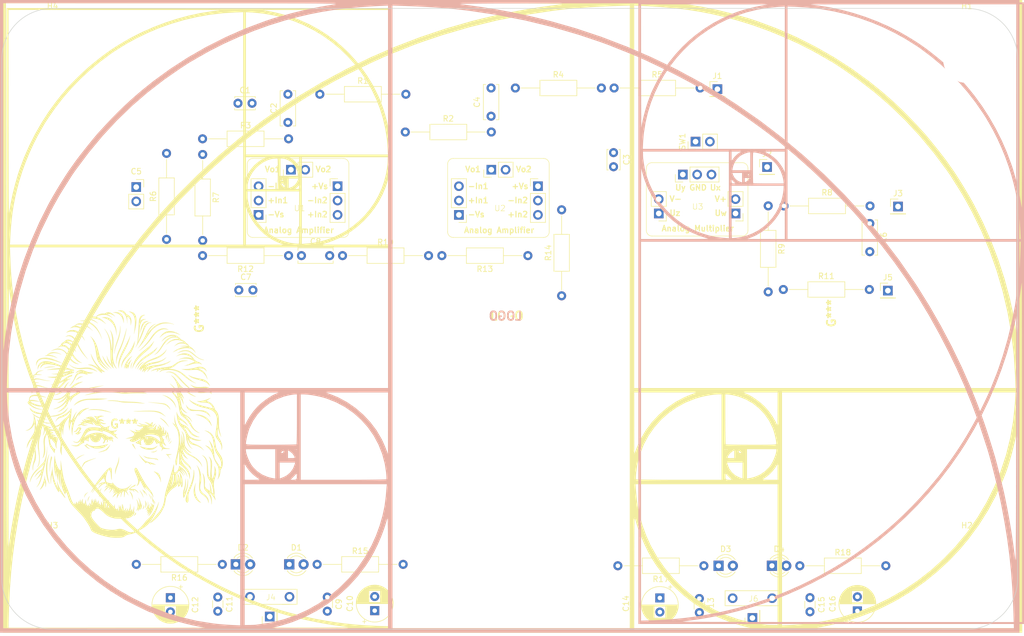
<source format=kicad_pcb>
(kicad_pcb (version 20221018) (generator pcbnew)
  (layers (0 "F.Cu" signal) (31 "B.Cu" signal) (34 "B.Paste" user) (35 "F.Paste" user) (36 "B.SilkS" user "B.Silkscreen") (37 "F.SilkS" user "F.Silkscreen") (38 "B.Mask" user) (39 "F.Mask" user) (44 "Edge.Cuts" user))
  (net 0 "")
  (net 1 "Net-(U1--In1)")
  (net 2 "Net-(U1-Vo1)")
  (net 3 "Net-(C2-Pad2)")
  (net 4 "Net-(U2--In2)")
  (net 5 "Net-(J1-Pin_1)")
  (net 6 "Net-(U2-Vo1)")
  (net 7 "Net-(C4-Pad2)")
  (net 8 "Net-(U1-+In2)")
  (net 9 "Net-(U1-+In1)")
  (net 10 "Net-(J3-Pin_1)")
  (net 11 "GND")
  (net 12 "Net-(U1--In2)")
  (net 13 "Net-(U1-Vo2)")
  (net 14 "Net-(C8-Pad2)")
  (net 15 "VSS")
  (net 16 "VCC")
  (net 17 "VDD")
  (net 18 "VEE")
  (net 19 "Net-(D1-A)")
  (net 20 "Net-(D2-K)")
  (net 21 "Net-(D3-K)")
  (net 22 "Net-(D4-A)")
  (net 23 "Net-(J2-Pin_1)")
  (net 24 "Net-(U2--In1)")
  (net 25 "Net-(U3-Uw)")
  (net 26 "Net-(U3-Uz)")
  (net 27 "Net-(U2-+In1)")
  (net 28 "Net-(U2-+In2)")
  (footprint "Resistor_THT:R_Axial_DIN0207_L6.3mm_D2.5mm_P15.24mm_Horizontal" (layer "F.Cu") (at 131.5 64.9)
    (fp_text reference "R2" (at 7.62 -2.37) (layer "F.SilkS"))
    (fp_text value "10k")
    (pad "1" thru_hole circle (at 0 0) (size 1.6 1.6) (drill 0.8) (layers "*.Cu" "*.Mask") (net 24 "Net-(U2--In1)"))
    (pad "2" thru_hole oval (at 15.24 0) (size 1.6 1.6) (drill 0.8) (layers "*.Cu" "*.Mask") (net 6 "Net-(U2-Vo1)"))
  )
  (footprint "Capacitor_THT:C_Disc_D3.0mm_W1.6mm_P2.50mm" (layer "F.Cu") (at 203.2 147.4 -90)
    (fp_text reference "C15" (at 1.25 -2.05 90) (layer "F.SilkS"))
    (fp_text value "0.1u")
    (pad "1" thru_hole circle (at 0 0 270) (size 1.6 1.6) (drill 0.8) (layers "*.Cu" "*.Mask") (net 18 "VEE"))
    (pad "2" thru_hole circle (at 2.5 0 270) (size 1.6 1.6) (drill 0.8) (layers "*.Cu" "*.Mask") (net 11 "GND"))
  )
  (footprint "LED_THT:LED_D3.0mm" (layer "F.Cu") (at 196.46 141.75)
    (fp_text reference "D4" (at 1.27 -2.96) (layer "F.SilkS"))
    (fp_text value "LED")
    (pad "1" thru_hole rect (at 0 0) (size 1.8 1.8) (drill 0.9) (layers "*.Cu" "*.Mask") (net 18 "VEE"))
    (pad "2" thru_hole circle (at 2.54 0) (size 1.8 1.8) (drill 0.9) (layers "*.Cu" "*.Mask") (net 22 "Net-(D4-A)"))
  )
  (footprint "LOGO" (layer "F.Cu") (at 81.69 116.63)
    (fp_text reference "G***" (at 0 0) (layer "F.SilkS") (effects (font (size 1.5 1.5) (thickness 0.3))))
    (fp_text value "LOGO" hide)
  )
  (footprint "Capacitor_THT:C_Disc_D3.0mm_W1.6mm_P2.50mm" (layer "F.Cu") (at 183.6 147.55 -90)
    (fp_text reference "C13" (at 1.25 -2.05 90) (layer "F.SilkS"))
    (fp_text value "0.1u")
    (pad "1" thru_hole circle (at 0 0 270) (size 1.6 1.6) (drill 0.8) (layers "*.Cu" "*.Mask") (net 17 "VDD"))
    (pad "2" thru_hole circle (at 2.5 0 270) (size 1.6 1.6) (drill 0.8) (layers "*.Cu" "*.Mask") (net 11 "GND"))
  )
  (footprint "LED_THT:LED_D3.0mm" (layer "F.Cu") (at 110.94 141.5)
    (fp_text reference "D1" (at 1.27 -2.96) (layer "F.SilkS"))
    (fp_text value "LED")
    (pad "1" thru_hole rect (at 0 0) (size 1.8 1.8) (drill 0.9) (layers "*.Cu" "*.Mask") (net 15 "VSS"))
    (pad "2" thru_hole circle (at 2.54 0) (size 1.8 1.8) (drill 0.9) (layers "*.Cu" "*.Mask") (net 19 "Net-(D1-A)"))
  )
  (footprint "footprints:Switch" (layer "F.Cu") (at 182.925 66.6 90)
    (fp_text reference "SW1" (at 0 -2.33 90) (layer "F.SilkS"))
    (fp_text value "SW_SPST")
    (pad "1" thru_hole rect (at 0 0 90) (size 1.7 1.7) (drill 1) (layers "*.Cu" "*.Mask") (net 5 "Net-(J1-Pin_1)"))
    (pad "2" thru_hole oval (at 0 2.54 90) (size 1.7 1.7) (drill 1) (layers "*.Cu" "*.Mask") (net 23 "Net-(J2-Pin_1)"))
  )
  (footprint "Capacitor_THT:C_Disc_D6.0mm_W2.5mm_P5.00mm" (layer "F.Cu") (at 146.7 62.1 90)
    (fp_text reference "C4" (at 2.5 -2.5 90) (layer "F.SilkS"))
    (fp_text value "10u")
    (pad "1" thru_hole circle (at 0 0 90) (size 1.6 1.6) (drill 0.8) (layers "*.Cu" "*.Mask") (net 6 "Net-(U2-Vo1)"))
    (pad "2" thru_hole circle (at 5 0 90) (size 1.6 1.6) (drill 0.8) (layers "*.Cu" "*.Mask") (net 7 "Net-(C4-Pad2)"))
  )
  (footprint "Resistor_THT:R_Axial_DIN0207_L6.3mm_D2.5mm_P15.24mm_Horizontal" (layer "F.Cu") (at 151 57.1)
    (fp_text reference "R4" (at 7.62 -2.37) (layer "F.SilkS"))
    (fp_text value "100")
    (pad "1" thru_hole circle (at 0 0) (size 1.6 1.6) (drill 0.8) (layers "*.Cu" "*.Mask") (net 7 "Net-(C4-Pad2)"))
    (pad "2" thru_hole oval (at 15.24 0) (size 1.6 1.6) (drill 0.8) (layers "*.Cu" "*.Mask") (net 4 "Net-(U2--In2)"))
  )
  (footprint "Resistor_THT:R_Axial_DIN0207_L6.3mm_D2.5mm_P15.24mm_Horizontal" (layer "F.Cu") (at 120.38 86.8)
    (fp_text reference "R10" (at 7.62 -2.37) (layer "F.SilkS"))
    (fp_text value "100")
    (pad "1" thru_hole circle (at 0 0) (size 1.6 1.6) (drill 0.8) (layers "*.Cu" "*.Mask") (net 14 "Net-(C8-Pad2)"))
    (pad "2" thru_hole oval (at 15.24 0) (size 1.6 1.6) (drill 0.8) (layers "*.Cu" "*.Mask") (net 27 "Net-(U2-+In1)"))
  )
  (footprint "Capacitor_THT:C_Disc_D3.4mm_W2.1mm_P2.50mm" (layer "F.Cu") (at 101.85 59.8)
    (fp_text reference "C1" (at 1.25 -2.3) (layer "F.SilkS"))
    (fp_text value "10p")
    (pad "1" thru_hole circle (at 0 0) (size 1.6 1.6) (drill 0.8) (layers "*.Cu" "*.Mask") (net 1 "Net-(U1--In1)"))
    (pad "2" thru_hole circle (at 2.5 0) (size 1.6 1.6) (drill 0.8) (layers "*.Cu" "*.Mask") (net 2 "Net-(U1-Vo1)"))
  )
  (footprint "Capacitor_THT:CP_Radial_D6.3mm_P2.50mm" (layer "F.Cu") (at 176.6 147.45 -90)
    (fp_text reference "C14" (at 1 6 90) (layer "F.SilkS"))
    (fp_text value "10u")
    (pad "1" thru_hole rect (at 0 0 270) (size 1.6 1.6) (drill 0.8) (layers "*.Cu" "*.Mask") (net 17 "VDD"))
    (pad "2" thru_hole circle (at 2.5 0 270) (size 1.6 1.6) (drill 0.8) (layers "*.Cu" "*.Mask") (net 11 "GND"))
  )
  (footprint "MountingHole:MountingHole_8.4mm_M8" (layer "F.Cu") (at 69 52)
    (fp_text reference "H4" (at 0 -9.4) (layer "F.SilkS"))
    (fp_text value "MountingHole")
    (pad "" np_thru_hole circle (at 0 0) (size 8.4 8.4) (drill 8.4) (layers "*.Cu" "*.Mask"))
  )
  (footprint "Resistor_THT:R_Axial_DIN0207_L6.3mm_D2.5mm_P15.24mm_Horizontal" (layer "F.Cu") (at 198.6 78)
    (fp_text reference "R8" (at 7.62 -2.37) (layer "F.SilkS"))
    (fp_text value "1.5M")
    (pad "1" thru_hole circle (at 0 0) (size 1.6 1.6) (drill 0.8) (layers "*.Cu" "*.Mask") (net 25 "Net-(U3-Uw)"))
    (pad "2" thru_hole oval (at 15.24 0) (size 1.6 1.6) (drill 0.8) (layers "*.Cu" "*.Mask") (net 10 "Net-(J3-Pin_1)"))
  )
  (footprint "Capacitor_THT:C_Disc_D6.0mm_W2.5mm_P5.00mm" (layer "F.Cu") (at 113.1 86.8)
    (fp_text reference "C8" (at 2.5 -2.5) (layer "F.SilkS"))
    (fp_text value "10u")
    (pad "1" thru_hole circle (at 0 0) (size 1.6 1.6) (drill 0.8) (layers "*.Cu" "*.Mask") (net 13 "Net-(U1-Vo2)"))
    (pad "2" thru_hole circle (at 5 0) (size 1.6 1.6) (drill 0.8) (layers "*.Cu" "*.Mask") (net 14 "Net-(C8-Pad2)"))
  )
  (footprint "footprints:AD633" (layer "F.Cu") (at 176.41 79.33)
    (fp_text reference "U3" (at 6.9 -1.2 unlocked) (layer "F.SilkS") (effects (font (thickness 0.1))))
    (fp_text value "AD633ANZ")
    (fp_text user "V-" (at 1.8 -2 unlocked) (layer "F.SilkS") (effects (font (thickness 0.2) bold) (justify left bottom)))
    (fp_text user "Uw" (at 9.8 0.5 unlocked) (layer "F.SilkS") (effects (font (thickness 0.2) bold) (justify left bottom)))
    (fp_text user "Analog Multiplier" (at 0.397107 3.242894 unlocked) (layer "F.SilkS") (effects (font (thickness 0.2)) (justify left bottom)))
    (fp_text user "Uy" (at 2.8 -4 unlocked) (layer "F.SilkS") (effects (font (thickness 0.2)) (justify left bottom)))
    (fp_text user "Ux" (at 8.962107 -4.002106 unlocked) (layer "F.SilkS") (effects (font (thickness 0.2) bold) (justify left bottom)))
    (fp_text user "Uz" (at 1.8 0.5 unlocked) (layer "F.SilkS") (effects (font (thickness 0.2) bold) (justify left bottom)))
    (fp_text user "V+" (at 9.8 -2 unlocked) (layer "F.SilkS") (effects (font (thickness 0.2)) (justify left bottom)))
    (fp_text user "GND" (at 5.3 -4 unlocked) (layer "F.SilkS") (effects (font (thickness 0.2) bold) (justify left bottom)))
    (pad "1" thru_hole rect (at 0 0) (size 1.7 1.7) (drill 1) (layers "*.Cu" "*.Mask") (net 26 "Net-(U3-Uz)"))
    (pad "2" thru_hole oval (at 0 -2.54) (size 1.7 1.7) (drill 1) (layers "*.Cu" "*.Mask") (net 18 "VEE"))
    (pad "3" thru_hole rect (at 4.26 -6.9 270) (size 1.7 1.7) (drill 1) (layers "*.Cu" "*.Mask") (net 5 "Net-(J1-Pin_1)"))
    (pad "4" thru_hole oval (at 6.8 -6.9 270) (size 1.7 1.7) (drill 1) (layers "*.Cu" "*.Mask") (net 11 "GND"))
    (pad "5" thru_hole oval (at 9.34 -6.9 270) (size 1.7 1.7) (drill 1) (layers "*.Cu" "*.Mask") (net 23 "Net-(J2-Pin_1)"))
    (pad "6" thru_hole oval (at 13.6 -2.54) (size 1.7 1.7) (drill 1) (layers "*.Cu" "*.Mask") (net 17 "VDD"))
    (pad "7" thru_hole rect (at 13.6 0) (size 1.7 1.7) (drill 1) (layers "*.Cu" "*.Mask") (net 25 "Net-(U3-Uw)"))
  )
  (footprint "Resistor_THT:R_Axial_DIN0207_L6.3mm_D2.5mm_P15.24mm_Horizontal" (layer "F.Cu") (at 198.48 92.8)
    (fp_text reference "R11" (at 7.62 -2.37) (layer "F.SilkS"))
    (fp_text value "18k")
    (pad "1" thru_hole circle (at 0 0) (size 1.6 1.6) (drill 0.8) (layers "*.Cu" "*.Mask") (net 26 "Net-(U3-Uz)"))
    (pad "2" thru_hole oval (at 15.24 0) (size 1.6 1.6) (drill 0.8) (layers "*.Cu" "*.Mask") (net 11 "GND"))
  )
  (footprint "Resistor_THT:R_Axial_DIN0207_L6.3mm_D2.5mm_P15.24mm_Horizontal" (layer "F.Cu") (at 153.22 86.8 180)
    (fp_text reference "R13" (at 7.62 -2.37) (layer "F.SilkS"))
    (fp_text value "10k")
    (pad "1" thru_hole circle (at 0 0 180) (size 1.6 1.6) (drill 0.8) (layers "*.Cu" "*.Mask") (net 11 "GND"))
    (pad "2" thru_hole oval (at 15.24 0 180) (size 1.6 1.6) (drill 0.8) (layers "*.Cu" "*.Mask") (net 27 "Net-(U2-+In1)"))
  )
  (footprint "Connector_PinHeader_2.54mm:PinHeader_1x01_P2.54mm_Vertical" (layer "F.Cu") (at 217 93)
    (fp_text reference "J5" (at 0 -2.33) (layer "F.SilkS"))
    (fp_text value "COM")
    (pad "1" thru_hole rect (at 0 0) (size 1.7 1.7) (drill 1) (layers "*.Cu" "*.Mask") (net 11 "GND"))
  )
  (footprint "Resistor_THT:R_Axial_DIN0207_L6.3mm_D2.5mm_P15.24mm_Horizontal" (layer "F.Cu") (at 99.08 141.5 180)
    (fp_text reference "R16" (at 7.62 -2.37) (layer "F.SilkS"))
    (fp_text value "2k")
    (pad "1" thru_hole circle (at 0 0 180) (size 1.6 1.6) (drill 0.8) (layers "*.Cu" "*.Mask") (net 20 "Net-(D2-K)"))
    (pad "2" thru_hole oval (at 15.24 0 180) (size 1.6 1.6) (drill 0.8) (layers "*.Cu" "*.Mask") (net 11 "GND"))
  )
  (footprint "LED_THT:LED_D3.0mm" (layer "F.Cu") (at 187 141.75)
    (fp_text reference "D3" (at 1.27 -2.96) (layer "F.SilkS"))
    (fp_text value "LED")
    (pad "1" thru_hole rect (at 0 0) (size 1.8 1.8) (drill 0.9) (layers "*.Cu" "*.Mask") (net 21 "Net-(D3-K)"))
    (pad "2" thru_hole circle (at 2.54 0) (size 1.8 1.8) (drill 0.9) (layers "*.Cu" "*.Mask") (net 17 "VDD"))
  )
  (footprint "Capacitor_THT:C_Disc_D6.0mm_W2.5mm_P5.00mm" (layer "F.Cu") (at 213.8 81.1 -90)
    (fp_text reference "C6" (at 2.5 -2.5 90) (layer "F.SilkS"))
    (fp_text value "10u")
    (pad "1" thru_hole circle (at 0 0 270) (size 1.6 1.6) (drill 0.8) (layers "*.Cu" "*.Mask") (net 10 "Net-(J3-Pin_1)"))
    (pad "2" thru_hole circle (at 5 0 270) (size 1.6 1.6) (drill 0.8) (layers "*.Cu" "*.Mask") (net 11 "GND"))
  )
  (footprint "Resistor_THT:R_Axial_DIN0207_L6.3mm_D2.5mm_P15.24mm_Horizontal" (layer "F.Cu") (at 201.4 141.75)
    (fp_text reference "R18" (at 7.62 -2.37) (layer "F.SilkS"))
    (fp_text value "2k")
    (pad "1" thru_hole circle (at 0 0) (size 1.6 1.6) (drill 0.8) (layers "*.Cu" "*.Mask") (net 22 "Net-(D4-A)"))
    (pad "2" thru_hole oval (at 15.24 0) (size 1.6 1.6) (drill 0.8) (layers "*.Cu" "*.Mask") (net 11 "GND"))
  )
  (footprint "footprints:ADA4898-2" (layer "F.Cu") (at 105.5 79.58)
    (fp_text reference "U1" (at 7.275 -1.17 unlocked) (layer "F.SilkS") (effects (font (thickness 0.1))))
    (fp_text value "ADA4898-2")
    (fp_text user "+Vs" (at 9.25 -4.5 unlocked) (layer "F.SilkS") (effects (font (thickness 0.2) bold) (justify left bottom)))
    (fp_text user "+In2" (at 8.5 0.5 unlocked) (layer "F.SilkS") (effects (font (thickness 0.2) bold) (justify left bottom)))
    (fp_text user "Analog Amplifier" (at 0.8 3.3 unlocked) (layer "F.SilkS") (effects (font (thickness 0.2) bold) (justify left bottom)))
    (fp_text user "-Vs" (at 1.5 0.5 unlocked) (layer "F.SilkS") (effects (font (thickness 0.2) bold) (justify left bottom)))
    (fp_text user "-In2" (at 8.5 -2 unlocked) (layer "F.SilkS") (effects (font (thickness 0.2) bold) (justify left bottom)))
    (fp_text user "+In1" (at 1.5 -2 unlocked) (layer "F.SilkS") (effects (font (thickness 0.2) bold) (justify left bottom)))
    (fp_text user "Vo2" (at 10 -7.5 unlocked) (layer "F.SilkS") (effects (font (thickness 0.2) bold) (justify left bottom)))
    (fp_text user "-In1" (at 1.5 -4.5 unlocked) (layer "F.SilkS") (effects (font (thickness 0.2) bold) (justify left bottom)))
    (fp_text user "Vo1" (at 1 -7.5 unlocked) (layer "F.SilkS") (effects (font (thickness 0.2) bold) (justify left bottom)))
    (pad "1" thru_hole rect (at 0 0) (size 1.7 1.7) (drill 1) (layers "*.Cu" "*.Mask") (net 15 "VSS"))
    (pad "2" thru_hole oval (at 0 -2.54) (size 1.7 1.7) (drill 1) (layers "*.Cu" "*.Mask") (net 9 "Net-(U1-+In1)"))
    (pad "3" thru_hole oval (at 0 -5.08) (size 1.7 1.7) (drill 1) (layers "*.Cu" "*.Mask") (net 1 "Net-(U1--In1)"))
    (pad "4" thru_hole rect (at 5.735 -8 270) (size 1.7 1.7) (drill 1) (layers "*.Cu" "*.Mask") (net 2 "Net-(U1-Vo1)"))
    (pad "5" thru_hole oval (at 8.27 -8 270) (size 1.7 1.7) (drill 1) (layers "*.Cu" "*.Mask") (net 13 "Net-(U1-Vo2)"))
    (pad "6" thru_hole rect (at 14 -5.08 180) (size 1.7 1.7) (drill 1) (layers "*.Cu" "*.Mask") (net 16 "VCC"))
    (pad "7" thru_hole oval (at 14 -2.54 180) (size 1.7 1.7) (drill 1) (layers "*.Cu" "*.Mask") (net 12 "Net-(U1--In2)"))
    (pad "8" thru_hole oval (at 14 0 180) (size 1.7 1.7) (drill 1) (layers "*.Cu" "*.Mask") (net 8 "Net-(U1-+In2)"))
  )
  (footprint "LED_THT:LED_D3.0mm" (layer "F.Cu") (at 101.48 141.5)
    (fp_text reference "D2" (at 1.27 -2.96) (layer "F.SilkS"))
    (fp_text value "LED")
    (pad "1" thru_hole rect (at 0 0) (size 1.8 1.8) (drill 0.9) (layers "*.Cu" "*.Mask") (net 20 "Net-(D2-K)"))
    (pad "2" thru_hole circle (at 2.54 0) (size 1.8 1.8) (drill 0.9) (layers "*.Cu" "*.Mask") (net 16 "VCC"))
  )
  (footprint "Resistor_THT:R_Axial_DIN0207_L6.3mm_D2.5mm_P15.24mm_Horizontal" (layer "F.Cu") (at 168.5 57.1)
    (fp_text reference "R5" (at 7.62 -2.37) (layer "F.SilkS"))
    (fp_text value "10k")
    (pad "1" thru_hole circle (at 0 0) (size 1.6 1.6) (drill 0.8) (layers "*.Cu" "*.Mask") (net 4 "Net-(U2--In2)"))
    (pad "2" thru_hole oval (at 15.24 0) (size 1.6 1.6) (drill 0.8) (layers "*.Cu" "*.Mask") (net 5 "Net-(J1-Pin_1)"))
  )
  (footprint "footprints:CapacitorSocket" (layer "F.Cu") (at 83.825 74.65)
    (fp_text reference "C5" (at 0 -2.77) (layer "F.SilkS"))
    (fp_text value "c=?")
    (pad "1" thru_hole rect (at 0 0) (size 1.7 1.7) (drill 1) (layers "*.Cu" "*.Mask") (net 8 "Net-(U1-+In2)"))
    (pad "2" thru_hole oval (at 0 2.54) (size 1.7 1.7) (drill 1) (layers "*.Cu" "*.Mask") (net 9 "Net-(U1-+In1)"))
  )
  (footprint "Connector_PinHeader_2.54mm:PinHeader_1x01_P2.54mm_Vertical" (layer "F.Cu") (at 218.8 78.1)
    (fp_text reference "J3" (at 0 -2.33) (layer "F.SilkS"))
    (fp_text value "OUTPUT")
    (pad "1" thru_hole rect (at 0 0) (size 1.7 1.7) (drill 1) (layers "*.Cu" "*.Mask") (net 10 "Net-(J3-Pin_1)"))
  )
  (footprint "footprints:PowerHeader" (layer "F.Cu") (at 110.98 147.25 90)
    (fp_text reference "J4" (at -0.1 -3.3 unlocked) (layer "F.SilkS") (effects (font (thickness 0.1))))
    (fp_text value "Conn_01x03_Pin")
    (pad "1" thru_hole oval (at 0 0 90) (size 1.7 1.7) (drill 1) (layers "*.Cu" "*.Mask") (net 15 "VSS"))
    (pad "2" thru_hole rect (at -3.5 -3.5 90) (size 1.7 1.7) (drill 1) (layers "*.Cu" "*.Mask") (net 11 "GND"))
    (pad "3" thru_hole oval (at 0 -7 90) (size 1.7 1.7) (drill 1) (layers "*.Cu" "*.Mask") (net 16 "VCC"))
  )
  (footprint "Capacitor_THT:CP_Radial_D6.3mm_P2.50mm" (layer "F.Cu") (at 126.08 149.7 90)
    (fp_text reference "C10" (at 1.25 -4.4 90) (layer "F.SilkS"))
    (fp_text value "10u")
    (pad "1" thru_hole rect (at 0 0 90) (size 1.6 1.6) (drill 0.8) (layers "*.Cu" "*.Mask") (net 11 "GND"))
    (pad "2" thru_hole circle (at 2.5 0 90) (size 1.6 1.6) (drill 0.8) (layers "*.Cu" "*.Mask") (net 15 "VSS"))
  )
  (footprint "Capacitor_THT:C_Disc_D6.0mm_W2.5mm_P5.00mm" (layer "F.Cu") (at 110.7 63.2 90)
    (fp_text reference "C2" (at 2.5 -2.5 90) (layer "F.SilkS"))
    (fp_text value "10u")
    (pad "1" thru_hole circle (at 0 0 90) (size 1.6 1.6) (drill 0.8) (layers "*.Cu" "*.Mask") (net 2 "Net-(U1-Vo1)"))
    (pad "2" thru_hole circle (at 5 0 90) (size 1.6 1.6) (drill 0.8) (layers "*.Cu" "*.Mask") (net 3 "Net-(C2-Pad2)"))
  )
  (footprint "Resistor_THT:R_Axial_DIN0207_L6.3mm_D2.5mm_P15.24mm_Horizontal" (layer "F.Cu") (at 89.2 83.92 90)
    (fp_text reference "R6" (at 7.62 -2.37 90) (layer "F.SilkS"))
    (fp_text value "510")
    (pad "1" thru_hole circle (at 0 0 90) (size 1.6 1.6) (drill 0.8) (layers "*.Cu" "*.Mask") (net 9 "Net-(U1-+In1)"))
    (pad "2" thru_hole oval (at 15.24 0 90) (size 1.6 1.6) (drill 0.8) (layers "*.Cu" "*.Mask") (net 8 "Net-(U1-+In2)"))
  )
  (footprint "Resistor_THT:R_Axial_DIN0207_L6.3mm_D2.5mm_P15.24mm_Horizontal" (layer "F.Cu") (at 95.6 68.88 -90)
    (fp_text reference "R7" (at 7.62 -2.37 90) (layer "F.SilkS"))
    (fp_text value "20")
    (pad "1" thru_hole circle (at 0 0 270) (size 1.6 1.6) (drill 0.8) (layers "*.Cu" "*.Mask") (net 1 "Net-(U1--In1)"))
    (pad "2" thru_hole oval (at 15.24 0 270) (size 1.6 1.6) (drill 0.8) (layers "*.Cu" "*.Mask") (net 12 "Net-(U1--In2)"))
  )
  (footprint "footprints:PowerHeader" (layer "F.Cu") (at 196.5 147.5 90)
    (fp_text reference "J6" (at -0.1 -3.3 unlocked) (layer "F.SilkS") (effects (font (thickness 0.1))))
    (fp_text value "Conn_01x03_Pin")
    (pad "1" thru_hole oval (at 0 0 90) (size 1.7 1.7) (drill 1) (layers "*.Cu" "*.Mask") (net 18 "VEE"))
    (pad "2" thru_hole rect (at -3.5 -3.5 90) (size 1.7 1.7) (drill 1) (layers "*.Cu" "*.Mask") (net 11 "GND"))
    (pad "3" thru_hole oval (at 0 -7 90) (size 1.7 1.7) (drill 1) (layers "*.Cu" "*.Mask") (net 17 "VDD"))
  )
  (footprint "LOGO" (layer "F.Cu") (at 95 98 90)
    (fp_text reference "G***" (at 0 0 90) (layer "F.SilkS") (effects (font (size 1.5 1.5) (thickness 0.3))))
    (fp_text value "LOGO" hide)
  )
  (footprint "Resistor_THT:R_Axial_DIN0207_L6.3mm_D2.5mm_P15.24mm_Horizontal" (layer "F.Cu") (at 159.2 93.92 90)
    (fp_text reference "R14" (at 7.62 -2.37 90) (layer "F.SilkS"))
    (fp_text value "100")
    (pad "1" thru_hole circle (at 0 0 90) (size 1.6 1.6) (drill 0.8) (layers "*.Cu" "*.Mask") (net 11 "GND"))
    (pad "2" thru_hole oval (at 15.24 0 90) (size 1.6 1.6) (drill 0.8) (layers "*.Cu" "*.Mask") (net 28 "Net-(U2-+In2)"))
  )
  (footprint "Resistor_THT:R_Axial_DIN0207_L6.3mm_D2.5mm_P15.24mm_Horizontal" (layer "F.Cu") (at 116.36 58.2)
    (fp_text reference "R1" (at 7.62 -2.37) (layer "F.SilkS"))
    (fp_text value "100")
    (pad "1" thru_hole circle (at 0 0) (size 1.6 1.6) (drill 0.8) (layers "*.Cu" "*.Mask") (net 3 "Net-(C2-Pad2)"))
    (pad "2" thru_hole oval (at 15.24 0) (size 1.6 1.6) (drill 0.8) (layers "*.Cu" "*.Mask") (net 24 "Net-(U2--In1)"))
  )
  (footprint "MountingHole:MountingHole_8.4mm_M8" (layer "F.Cu") (at 231 52)
    (fp_text reference "H1" (at 0 -9.4) (layer "F.SilkS"))
    (fp_text value "MountingHole")
    (pad "" np_thru_hole circle (at 0 0) (size 8.4 8.4) (drill 8.4) (layers "*.Cu" "*.Mask"))
  )
  (footprint "LOGO" (layer "F.Cu") (at 150.5 97.5)
    (fp_text reference "G***" hide)
    (fp_text value "LOGO" (at -1 0) (layer "F.SilkS") (effects (font (size 1.5 1.5) (thickness 0.3))))
  )
  (footprint "Resistor_THT:R_Axial_DIN0207_L6.3mm_D2.5mm_P15.24mm_Horizontal" (layer "F.Cu") (at 195.8 77.98 -90)
    (fp_text reference "R9" (at 7.62 -2.37 90) (layer "F.SilkS"))
    (fp_text value "2k")
    (pad "1" thru_hole circle (at 0 0 270) (size 1.6 1.6) (drill 0.8) (layers "*.Cu" "*.Mask") (net 25 "Net-(U3-Uw)"))
    (pad "2" thru_hole oval (at 15.24 0 270) (size 1.6 1.6) (drill 0.8) (layers "*.Cu" "*.Mask") (net 26 "Net-(U3-Uz)"))
  )
  (footprint "Capacitor_THT:CP_Radial_D6.3mm_P2.50mm" (layer "F.Cu") (at 89.88 147.417621 -90)
    (fp_text reference "C12" (at 1.25 -4.4 90) (layer "F.SilkS"))
    (fp_text value "10u")
    (pad "1" thru_hole rect (at 0 0 270) (size 1.6 1.6) (drill 0.8) (layers "*.Cu" "*.Mask") (net 16 "VCC"))
    (pad "2" thru_hole circle (at 2.5 0 270) (size 1.6 1.6) (drill 0.8) (layers "*.Cu" "*.Mask") (net 11 "GND"))
  )
  (footprint "Capacitor_THT:C_Disc_D3.0mm_W1.6mm_P2.50mm" (layer "F.Cu") (at 117.68 147.3 -90)
    (fp_text reference "C9" (at 1.25 -2.05 90) (layer "F.SilkS"))
    (fp_text value "0.1u")
    (pad "1" thru_hole circle (at 0 0 270) (size 1.6 1.6) (drill 0.8) (layers "*.Cu" "*.Mask") (net 15 "VSS"))
    (pad "2" thru_hole circle (at 2.5 0 270) (size 1.6 1.6) (drill 0.8) (layers "*.Cu" "*.Mask") (net 11 "GND"))
  )
  (footprint "Resistor_THT:R_Axial_DIN0207_L6.3mm_D2.5mm_P15.24mm_Horizontal" (layer "F.Cu") (at 110.82 86.8 180)
    (fp_text reference "R12" (at 7.62 -2.37) (layer "F.SilkS"))
    (fp_text value "1k")
    (pad "1" thru_hole circle (at 0 0 180) (size 1.6 1.6) (drill 0.8) (layers "*.Cu" "*.Mask") (net 13 "Net-(U1-Vo2)"))
    (pad "2" thru_hole oval (at 15.24 0 180) (size 1.6 1.6) (drill 0.8) (layers "*.Cu" "*.Mask") (net 12 "Net-(U1--In2)"))
  )
  (footprint "Resistor_THT:R_Axial_DIN0207_L6.3mm_D2.5mm_P15.24mm_Horizontal" (layer "F.Cu") (at 95.58 66.1)
    (fp_text reference "R3" (at 7.62 -2.37) (layer "F.SilkS"))
    (fp_text value "1k")
    (pad "1" thru_hole circle (at 0 0) (size 1.6 1.6) (drill 0.8) (layers "*.Cu" "*.Mask") (net 1 "Net-(U1--In1)"))
    (pad "2" thru_hole oval (at 15.24 0) (size 1.6 1.6) (drill 0.8) (layers "*.Cu" "*.Mask") (net 2 "Net-(U1-Vo1)"))
  )
  (footprint "Capacitor_THT:C_Disc_D3.4mm_W2.1mm_P2.50mm" (layer "F.Cu") (at 168.4 68.55 -90)
    (fp_text reference "C3" (at 1.25 -2.3 90) (layer "F.SilkS"))
    (fp_text value "10p")
    (pad "1" thru_hole circle (at 0 0 270) (size 1.6 1.6) (drill 0.8) (layers "*.Cu" "*.Mask") (net 4 "Net-(U2--In2)"))
    (pad "2" thru_hole circle (at 2.5 0 270) (size 1.6 1.6) (drill 0.8) (layers "*.Cu" "*.Mask") (net 5 "Net-(J1-Pin_1)"))
  )
  (footprint "Capacitor_THT:C_Disc_D3.4mm_W2.1mm_P2.50mm" (layer "F.Cu") (at 102 92.9)
    (fp_text reference "C7" (at 1.25 -2.3) (layer "F.SilkS"))
    (fp_text value "10p")
    (pad "1" thru_hole circle (at 0 0) (size 1.6 1.6) (drill 0.8) (layers "*.Cu" "*.Mask") (net 12 "Net-(U1--In2)"))
    (pad "2" thru_hole circle (at 2.5 0) (size 1.6 1.6) (drill 0.8) (layers "*.Cu" "*.Mask") (net 13 "Net-(U1-Vo2)"))
  )
  (footprint "Capacitor_THT:CP_Radial_D6.3mm_P2.50mm" (layer "F.Cu") (at 211.6 149.75 90)
    (fp_text reference "C16" (at 1.25 -4.4 90) (layer "F.SilkS"))
    (fp_text value "10u")
    (pad "1" thru_hole rect (at 0 0 90) (size 1.6 1.6) (drill 0.8) (layers "*.Cu" "*.Mask") (net 11 "GND"))
    (pad "2" thru_hole circle (at 2.5 0 90) (size 1.6 1.6) (drill 0.8) (layers "*.Cu" "*.Mask") (net 18 "VEE"))
  )
  (footprint "Resistor_THT:R_Axial_DIN0207_L6.3mm_D2.5mm_P15.24mm_Horizontal" (layer "F.Cu") (at 115.88 141.5)
    (fp_text reference "R15" (at 7.62 -2.37) (layer "F.SilkS"))
    (fp_text value "2k")
    (pad "1" thru_hole circle (at 0 0) (size 1.6 1.6) (drill 0.8) (layers "*.Cu" "*.Mask") (net 19 "Net-(D1-A)"))
    (pad "2" thru_hole oval (at 15.24 0) (size 1.6 1.6) (drill 0.8) (layers "*.Cu" "*.Mask") (net 11 "GND"))
  )
  (footprint "MountingHole:MountingHole_8.4mm_M8" (layer "F.Cu") (at 69 144)
    (fp_text reference "H3" (at 0 -9.4) (layer "F.SilkS"))
    (fp_text value "MountingHole")
    (pad "" np_thru_hole circle (at 0 0) (size 8.4 8.4) (drill 8.4) (layers "*.Cu" "*.Mask"))
  )
  (footprint "Capacitor_THT:C_Disc_D3.0mm_W1.6mm_P2.50mm" (layer "F.Cu") (at 98.28 147.3 -90)
    (fp_text reference "C11" (at 1.25 -2.05 90) (layer "F.SilkS"))
    (fp_text value "0.1u")
    (pad "1" thru_hole circle (at 0 0 270) (size 1.6 1.6) (drill 0.8) (layers "*.Cu" "*.Mask") (net 16 "VCC"))
    (pad "2" thru_hole circle (at 2.5 0 270) (size 1.6 1.6) (drill 0.8) (layers "*.Cu" "*.Mask") (net 11 "GND"))
  )
  (footprint "Connector_PinHeader_2.54mm:PinHeader_1x01_P2.54mm_Vertical" (layer "F.Cu") (at 186.8 57.3)
    (fp_text reference "J1" (at 0 -2.33) (layer "F.SilkS"))
    (fp_text value "INPUT")
    (pad "1" thru_hole rect (at 0 0) (size 1.7 1.7) (drill 1) (layers "*.Cu" "*.Mask") (net 5 "Net-(J1-Pin_1)"))
  )
  (footprint "Connector_PinHeader_2.54mm:PinHeader_1x01_P2.54mm_Vertical" (layer "F.Cu") (at 195.6 71.1)
    (fp_text reference "J2" (at 0 -2.33) (layer "F.SilkS"))
    (fp_text value "NC1")
    (pad "1" thru_hole rect (at 0 0) (size 1.7 1.7) (drill 1) (layers "*.Cu" "*.Mask") (net 23 "Net-(J2-Pin_1)"))
  )
  (footprint "Resistor_THT:R_Axial_DIN0207_L6.3mm_D2.5mm_P15.24mm_Horizontal" (layer "F.Cu") (at 184.4 141.75 180)
    (fp_text reference "R17" (at 7.62 -2.37) (layer "F.SilkS"))
    (fp_text value "2k")
    (pad "1" thru_hole circle (at 0 0 180) (size 1.6 1.6) (drill 0.8) (layers "*.Cu" "*.Mask") (net 21 "Net-(D3-K)"))
    (pad "2" thru_hole oval (at 15.24 0 180) (size 1.6 1.6) (drill 0.8) (layers "*.Cu" "*.Mask") (net 11 "GND"))
  )
  (footprint "footprints:ADA4898-2" (layer "F.Cu") (at 141 79.58)
    (fp_text reference "U2" (at 7.275 -1.17 unlocked) (layer "F.SilkS") (effects (font (thickness 0.1))))
    (fp_text value "ADA4898-2")
    (fp_text user "+In2" (at 8.5 0.5 unlocked) (layer "F.SilkS") (effects (font (thickness 0.2) bold) (justify left bottom)))
    (fp_text user "-In1" (at 1.5 -4.5 unlocked) (layer "F.SilkS") (effects (font (thickness 0.2) bold) (justify left bottom)))
    (fp_text user "-Vs" (at 1.5 0.5 unlocked) (layer "F.SilkS") (effects (font (thickness 0.2) bold) (justify left bottom)))
    (fp_text user "+Vs" (at 9.25 -4.5 unlocked) (layer "F.SilkS") (effects (font (thickness 0.2) bold) (justify left bottom)))
    (fp_text user "+In1" (at 1.5 -2 unlocked) (layer "F.SilkS") (effects (font (thickness 0.2) bold) (justify left bottom)))
    (fp_text user "Analog Amplifier" (at 0.8 3.3 unlocked) (layer "F.SilkS") (effects (font (thickness 0.2) bold) (justify left bottom)))
    (fp_text user "-In2" (at 8.5 -2 unlocked) (layer "F.SilkS") (effects (font (thickness 0.2) bold) (justify left bottom)))
    (fp_text user "Vo1" (at 1 -7.5 unlocked) (layer "F.SilkS") (effects (font (thickness 0.2) bold) (justify left bottom)))
    (fp_text user "Vo2" (at 10 -7.5 unlocked) (layer "F.SilkS") (effects (font (thickness 0.2) bold) (justify left bottom)))
    (pad "1" thru_hole rect (at 0 0) (size 1.7 1.7) (drill 1) (layers "*.Cu" "*.Mask") (net 18 "VEE"))
    (pad "2" thru_hole oval (at 0 -2.54) (size 1.7 1.7) (drill 1) (layers "*.Cu" "*.Mask") (net 27 "Net-(U2-+In1)"))
    (pad "3" thru_hole oval (at 0 -5.08) (size 1.7 1.7) (drill 1) (layers "*.Cu" "*.Mask") (net 24 "Net-(U2--In1)"))
    (pad "4" thru_hole rect (at 5.735 -8 270) (size 1.7 1.7) (drill 1) (layers "*.Cu" "*.Mask") (net 6 "Net-(U2-Vo1)"))
    (pad "5" thru_hole oval (at 8.27 -8 270) (size 1.7 1.7) (drill 1) (layers "*.Cu" "*.Mask") (net 5 "Net-(J1-Pin_1)"))
    (pad "6" thru_hole rect (at 14 -5.08 180) (size 1.7 1.7) (drill 1) (layers "*.Cu" "*.Mask") (net 17 "VDD"))
    (pad "7" thru_hole oval (at 14 -2.54 180) (size 1.7 1.7) (drill 1) (layers "*.Cu" "*.Mask") (net 4 "Net-(U2--In2)"))
    (pad "8" thru_hole oval (at 14 0 180) (size 1.7 1.7) (drill 1) (layers "*.Cu" "*.Mask") (net 28 "Net-(U2-+In2)"))
  )
  (footprint "MountingHole:MountingHole_8.4mm_M8" (layer "F.Cu") (at 231 144)
    (fp_text reference "H2" (at 0 -9.4) (layer "F.SilkS"))
    (fp_text value "MountingHole")
    (pad "" np_thru_hole circle (at 0 0) (size 8.4 8.4) (drill 8.4) (layers "*.Cu" "*.Mask"))
  )
  (footprint "LOGO" (layer "B.Cu") (at 150 97.5 180)
    (fp_text reference "G***" hide)
    (fp_text value "LOGO" (at 0.75 0 -360) (layer "B.SilkS") (effects (font (size 1.5 1.5) (thickness 0.3)) (justify mirror)))
  )
  (footprint "LOGO" (layer "B.Cu") (at 207 97 90)
    (fp_text reference "G***" (at 0 0 90) (layer "F.SilkS") (effects (font (size 1.5 1.5) (thickness 0.3))))
    (fp_text value "LOGO" hide)
  )
  (gr_arc (start 240 144) (mid 237.363961 150.363961) (end 231 153) (stroke (width 0.1)) (layer "Edge.Cuts"))
  (gr_arc (start 231 43) (mid 237.363961 45.636039) (end 240 52) (stroke (width 0.1)) (layer "Edge.Cuts"))
  (gr_line (start 69 43) (end 231 43) (stroke (width 0.1)) (layer "Edge.Cuts"))
  (gr_arc (start 69 153) (mid 62.636039 150.363961) (end 60 144) (stroke (width 0.1)) (layer "Edge.Cuts"))
  (gr_line (start 60 144) (end 60 52) (stroke (width 0.1)) (layer "Edge.Cuts"))
  (gr_line (start 231 153) (end 69 153) (stroke (width 0.1)) (layer "Edge.Cuts"))
  (gr_line (start 240 52) (end 240 144) (stroke (width 0.1)) (layer "Edge.Cuts"))
  (gr_arc (start 60 52) (mid 62.636039 45.636039) (end 69 43) (stroke (width 0.1)) (layer "Edge.Cuts"))
)
</source>
